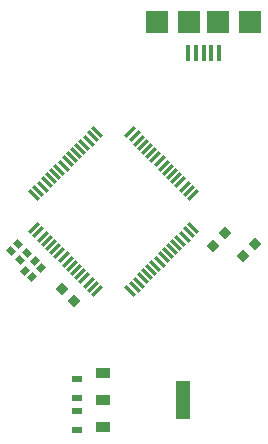
<source format=gtp>
G04*
G04 #@! TF.GenerationSoftware,Altium Limited,Altium Designer,24.1.2 (44)*
G04*
G04 Layer_Color=8421504*
%FSLAX25Y25*%
%MOIN*%
G70*
G04*
G04 #@! TF.SameCoordinates,1DDA6136-DF48-45E1-A017-FCB5BA0D29E7*
G04*
G04*
G04 #@! TF.FilePolarity,Positive*
G04*
G01*
G75*
%ADD16R,0.04921X0.03740*%
%ADD17R,0.04921X0.12598*%
%ADD18P,0.04454X4X270.0*%
%ADD19P,0.04454X4X360.0*%
G04:AMPARAMS|DCode=20|XSize=47mil|YSize=12mil|CornerRadius=0mil|HoleSize=0mil|Usage=FLASHONLY|Rotation=315.000|XOffset=0mil|YOffset=0mil|HoleType=Round|Shape=Rectangle|*
%AMROTATEDRECTD20*
4,1,4,-0.02086,0.01237,-0.01237,0.02086,0.02086,-0.01237,0.01237,-0.02086,-0.02086,0.01237,0.0*
%
%ADD20ROTATEDRECTD20*%

G04:AMPARAMS|DCode=21|XSize=47mil|YSize=12mil|CornerRadius=0mil|HoleSize=0mil|Usage=FLASHONLY|Rotation=225.000|XOffset=0mil|YOffset=0mil|HoleType=Round|Shape=Rectangle|*
%AMROTATEDRECTD21*
4,1,4,0.01237,0.02086,0.02086,0.01237,-0.01237,-0.02086,-0.02086,-0.01237,0.01237,0.02086,0.0*
%
%ADD21ROTATEDRECTD21*%

G04:AMPARAMS|DCode=22|XSize=23.62mil|YSize=19.68mil|CornerRadius=0mil|HoleSize=0mil|Usage=FLASHONLY|Rotation=315.000|XOffset=0mil|YOffset=0mil|HoleType=Round|Shape=Rectangle|*
%AMROTATEDRECTD22*
4,1,4,-0.01531,0.00139,-0.00139,0.01531,0.01531,-0.00139,0.00139,-0.01531,-0.01531,0.00139,0.0*
%
%ADD22ROTATEDRECTD22*%

%ADD23R,0.03701X0.02126*%
%ADD24R,0.01575X0.05315*%
%ADD25R,0.07480X0.07480*%
G04:AMPARAMS|DCode=26|XSize=23.62mil|YSize=19.68mil|CornerRadius=0mil|HoleSize=0mil|Usage=FLASHONLY|Rotation=45.000|XOffset=0mil|YOffset=0mil|HoleType=Round|Shape=Rectangle|*
%AMROTATEDRECTD26*
4,1,4,-0.00139,-0.01531,-0.01531,-0.00139,0.00139,0.01531,0.01531,0.00139,-0.00139,-0.01531,0.0*
%
%ADD26ROTATEDRECTD26*%

D16*
X75114Y25055D02*
D03*
Y16000D02*
D03*
Y6945D02*
D03*
D17*
X101886Y16000D02*
D03*
D18*
X126000Y68000D02*
D03*
X121824Y63824D02*
D03*
X116000Y71500D02*
D03*
X111824Y67324D02*
D03*
D19*
X61500Y53000D02*
D03*
X65676Y48824D02*
D03*
D20*
X52293Y84308D02*
D03*
X53685Y85700D02*
D03*
X55077Y87092D02*
D03*
X56469Y88484D02*
D03*
X57861Y89876D02*
D03*
X59253Y91268D02*
D03*
X60645Y92660D02*
D03*
X62037Y94051D02*
D03*
X63429Y95443D02*
D03*
X64821Y96835D02*
D03*
X66213Y98227D02*
D03*
X67605Y99619D02*
D03*
X68997Y101011D02*
D03*
X70389Y102403D02*
D03*
X71780Y103795D02*
D03*
X73172Y105187D02*
D03*
X105187Y73172D02*
D03*
X103795Y71780D02*
D03*
X102403Y70389D02*
D03*
X101011Y68997D02*
D03*
X99619Y67605D02*
D03*
X98227Y66213D02*
D03*
X96835Y64821D02*
D03*
X95443Y63429D02*
D03*
X94051Y62037D02*
D03*
X92660Y60645D02*
D03*
X91268Y59253D02*
D03*
X89876Y57861D02*
D03*
X88484Y56469D02*
D03*
X87092Y55077D02*
D03*
X85700Y53685D02*
D03*
X84308Y52293D02*
D03*
D21*
Y105187D02*
D03*
X85700Y103795D02*
D03*
X87092Y102403D02*
D03*
X88484Y101011D02*
D03*
X89876Y99619D02*
D03*
X91268Y98227D02*
D03*
X92660Y96835D02*
D03*
X94051Y95443D02*
D03*
X95443Y94051D02*
D03*
X96835Y92660D02*
D03*
X98227Y91268D02*
D03*
X99619Y89876D02*
D03*
X101011Y88484D02*
D03*
X102403Y87092D02*
D03*
X103795Y85700D02*
D03*
X105187Y84308D02*
D03*
X73172Y52293D02*
D03*
X71780Y53685D02*
D03*
X70389Y55077D02*
D03*
X68997Y56469D02*
D03*
X67605Y57861D02*
D03*
X66213Y59253D02*
D03*
X64821Y60645D02*
D03*
X63429Y62037D02*
D03*
X62037Y63429D02*
D03*
X60645Y64821D02*
D03*
X59253Y66213D02*
D03*
X57861Y67605D02*
D03*
X56469Y68997D02*
D03*
X55077Y70389D02*
D03*
X53685Y71780D02*
D03*
X52293Y73172D02*
D03*
D22*
X44521Y65621D02*
D03*
X47584Y62558D02*
D03*
X49811Y64785D02*
D03*
X46749Y67848D02*
D03*
D23*
X66500Y12150D02*
D03*
Y5850D02*
D03*
Y23000D02*
D03*
Y16701D02*
D03*
D24*
X113842Y131468D02*
D03*
X111284D02*
D03*
X108724D02*
D03*
X106165D02*
D03*
X103606D02*
D03*
D25*
X124276Y142000D02*
D03*
X113449D02*
D03*
X104000D02*
D03*
X93173D02*
D03*
D26*
X49355Y59082D02*
D03*
X52418Y62145D02*
D03*
X54645Y59918D02*
D03*
X51582Y56855D02*
D03*
M02*

</source>
